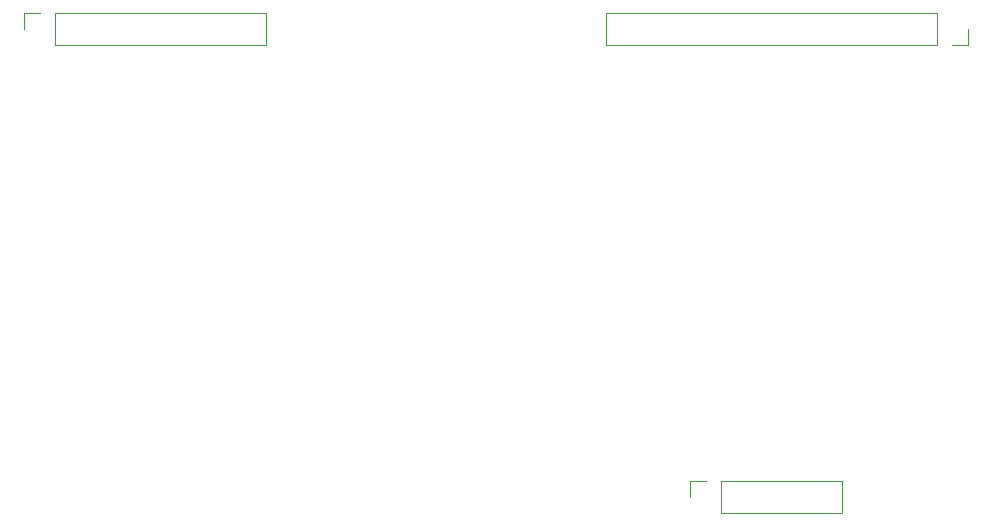
<source format=gbr>
%TF.GenerationSoftware,KiCad,Pcbnew,(5.1.10-1-10_14)*%
%TF.CreationDate,2021-11-15T09:00:54-05:00*%
%TF.ProjectId,FIFO-ram-buffer,4649464f-2d72-4616-9d2d-627566666572,rev?*%
%TF.SameCoordinates,Original*%
%TF.FileFunction,Legend,Bot*%
%TF.FilePolarity,Positive*%
%FSLAX46Y46*%
G04 Gerber Fmt 4.6, Leading zero omitted, Abs format (unit mm)*
G04 Created by KiCad (PCBNEW (5.1.10-1-10_14)) date 2021-11-15 09:00:54*
%MOMM*%
%LPD*%
G01*
G04 APERTURE LIST*
%ADD10C,0.120000*%
G04 APERTURE END LIST*
D10*
%TO.C,J3*%
X116526000Y-108518000D02*
X116526000Y-105858000D01*
X144526000Y-108518000D02*
X116526000Y-108518000D01*
X144526000Y-105858000D02*
X116526000Y-105858000D01*
X144526000Y-108518000D02*
X144526000Y-105858000D01*
X145796000Y-108518000D02*
X147126000Y-108518000D01*
X147126000Y-108518000D02*
X147126000Y-107188000D01*
%TO.C,J2*%
X87690000Y-105858000D02*
X87690000Y-108518000D01*
X69850000Y-105858000D02*
X87690000Y-105858000D01*
X69850000Y-108518000D02*
X87690000Y-108518000D01*
X69850000Y-105858000D02*
X69850000Y-108518000D01*
X68580000Y-105858000D02*
X67250000Y-105858000D01*
X67250000Y-105858000D02*
X67250000Y-107188000D01*
%TO.C,J1*%
X136458000Y-145482000D02*
X136458000Y-148142000D01*
X126238000Y-145482000D02*
X136458000Y-145482000D01*
X126238000Y-148142000D02*
X136458000Y-148142000D01*
X126238000Y-145482000D02*
X126238000Y-148142000D01*
X124968000Y-145482000D02*
X123638000Y-145482000D01*
X123638000Y-145482000D02*
X123638000Y-146812000D01*
%TD*%
M02*

</source>
